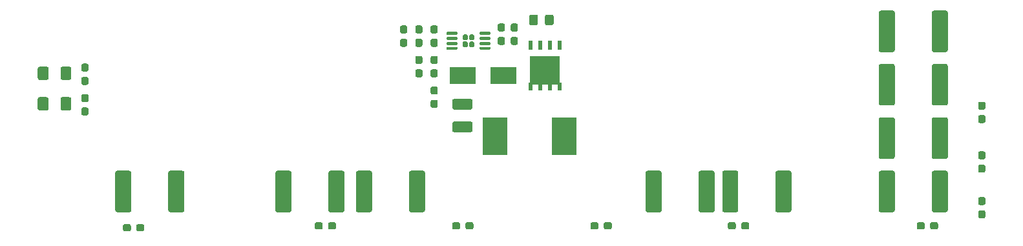
<source format=gbr>
%TF.GenerationSoftware,KiCad,Pcbnew,5.1.6*%
%TF.CreationDate,2020-06-19T21:58:21+02:00*%
%TF.ProjectId,laptop2usb,6c617074-6f70-4327-9573-622e6b696361,rev?*%
%TF.SameCoordinates,Original*%
%TF.FileFunction,Paste,Top*%
%TF.FilePolarity,Positive*%
%FSLAX46Y46*%
G04 Gerber Fmt 4.6, Leading zero omitted, Abs format (unit mm)*
G04 Created by KiCad (PCBNEW 5.1.6) date 2020-06-19 21:58:21*
%MOMM*%
%LPD*%
G01*
G04 APERTURE LIST*
%ADD10R,3.175000X4.950000*%
%ADD11R,3.910000X3.810000*%
%ADD12R,0.610000X1.020000*%
%ADD13R,0.610000X1.270000*%
%ADD14R,3.500000X2.300000*%
G04 APERTURE END LIST*
%TO.C,R4*%
G36*
G01*
X121250000Y-92950001D02*
X121250000Y-92049999D01*
G75*
G02*
X121499999Y-91800000I249999J0D01*
G01*
X122150001Y-91800000D01*
G75*
G02*
X122400000Y-92049999I0J-249999D01*
G01*
X122400000Y-92950001D01*
G75*
G02*
X122150001Y-93200000I-249999J0D01*
G01*
X121499999Y-93200000D01*
G75*
G02*
X121250000Y-92950001I0J249999D01*
G01*
G37*
G36*
G01*
X119200000Y-92950001D02*
X119200000Y-92049999D01*
G75*
G02*
X119449999Y-91800000I249999J0D01*
G01*
X120100001Y-91800000D01*
G75*
G02*
X120350000Y-92049999I0J-249999D01*
G01*
X120350000Y-92950001D01*
G75*
G02*
X120100001Y-93200000I-249999J0D01*
G01*
X119449999Y-93200000D01*
G75*
G02*
X119200000Y-92950001I0J249999D01*
G01*
G37*
%TD*%
%TO.C,C3*%
G36*
G01*
X92850000Y-119737500D02*
X92850000Y-119262500D01*
G75*
G02*
X93087500Y-119025000I237500J0D01*
G01*
X93662500Y-119025000D01*
G75*
G02*
X93900000Y-119262500I0J-237500D01*
G01*
X93900000Y-119737500D01*
G75*
G02*
X93662500Y-119975000I-237500J0D01*
G01*
X93087500Y-119975000D01*
G75*
G02*
X92850000Y-119737500I0J237500D01*
G01*
G37*
G36*
G01*
X91100000Y-119737500D02*
X91100000Y-119262500D01*
G75*
G02*
X91337500Y-119025000I237500J0D01*
G01*
X91912500Y-119025000D01*
G75*
G02*
X92150000Y-119262500I0J-237500D01*
G01*
X92150000Y-119737500D01*
G75*
G02*
X91912500Y-119975000I-237500J0D01*
G01*
X91337500Y-119975000D01*
G75*
G02*
X91100000Y-119737500I0J237500D01*
G01*
G37*
%TD*%
%TO.C,C13*%
G36*
G01*
X111525000Y-104262500D02*
X109375000Y-104262500D01*
G75*
G02*
X109125000Y-104012500I0J250000D01*
G01*
X109125000Y-103087500D01*
G75*
G02*
X109375000Y-102837500I250000J0D01*
G01*
X111525000Y-102837500D01*
G75*
G02*
X111775000Y-103087500I0J-250000D01*
G01*
X111775000Y-104012500D01*
G75*
G02*
X111525000Y-104262500I-250000J0D01*
G01*
G37*
G36*
G01*
X111525000Y-107237500D02*
X109375000Y-107237500D01*
G75*
G02*
X109125000Y-106987500I0J250000D01*
G01*
X109125000Y-106062500D01*
G75*
G02*
X109375000Y-105812500I250000J0D01*
G01*
X111525000Y-105812500D01*
G75*
G02*
X111775000Y-106062500I0J-250000D01*
G01*
X111775000Y-106987500D01*
G75*
G02*
X111525000Y-107237500I-250000J0D01*
G01*
G37*
%TD*%
D10*
%TO.C,L1*%
X123757500Y-107750000D03*
X114742500Y-107750000D03*
%TD*%
%TO.C,U1*%
G36*
G01*
X111320000Y-95915000D02*
X111320000Y-95505000D01*
G75*
G02*
X111500000Y-95325000I180000J0D01*
G01*
X111860000Y-95325000D01*
G75*
G02*
X112040000Y-95505000I0J-180000D01*
G01*
X112040000Y-95915000D01*
G75*
G02*
X111860000Y-96095000I-180000J0D01*
G01*
X111500000Y-96095000D01*
G75*
G02*
X111320000Y-95915000I0J180000D01*
G01*
G37*
G36*
G01*
X111320000Y-94995000D02*
X111320000Y-94585000D01*
G75*
G02*
X111500000Y-94405000I180000J0D01*
G01*
X111860000Y-94405000D01*
G75*
G02*
X112040000Y-94585000I0J-180000D01*
G01*
X112040000Y-94995000D01*
G75*
G02*
X111860000Y-95175000I-180000J0D01*
G01*
X111500000Y-95175000D01*
G75*
G02*
X111320000Y-94995000I0J180000D01*
G01*
G37*
G36*
G01*
X110460000Y-95915000D02*
X110460000Y-95505000D01*
G75*
G02*
X110640000Y-95325000I180000J0D01*
G01*
X111000000Y-95325000D01*
G75*
G02*
X111180000Y-95505000I0J-180000D01*
G01*
X111180000Y-95915000D01*
G75*
G02*
X111000000Y-96095000I-180000J0D01*
G01*
X110640000Y-96095000D01*
G75*
G02*
X110460000Y-95915000I0J180000D01*
G01*
G37*
G36*
G01*
X110460000Y-94995000D02*
X110460000Y-94585000D01*
G75*
G02*
X110640000Y-94405000I180000J0D01*
G01*
X111000000Y-94405000D01*
G75*
G02*
X111180000Y-94585000I0J-180000D01*
G01*
X111180000Y-94995000D01*
G75*
G02*
X111000000Y-95175000I-180000J0D01*
G01*
X110640000Y-95175000D01*
G75*
G02*
X110460000Y-94995000I0J180000D01*
G01*
G37*
G36*
G01*
X112700000Y-94375000D02*
X112700000Y-94175000D01*
G75*
G02*
X112800000Y-94075000I100000J0D01*
G01*
X114025000Y-94075000D01*
G75*
G02*
X114125000Y-94175000I0J-100000D01*
G01*
X114125000Y-94375000D01*
G75*
G02*
X114025000Y-94475000I-100000J0D01*
G01*
X112800000Y-94475000D01*
G75*
G02*
X112700000Y-94375000I0J100000D01*
G01*
G37*
G36*
G01*
X112700000Y-95025000D02*
X112700000Y-94825000D01*
G75*
G02*
X112800000Y-94725000I100000J0D01*
G01*
X114025000Y-94725000D01*
G75*
G02*
X114125000Y-94825000I0J-100000D01*
G01*
X114125000Y-95025000D01*
G75*
G02*
X114025000Y-95125000I-100000J0D01*
G01*
X112800000Y-95125000D01*
G75*
G02*
X112700000Y-95025000I0J100000D01*
G01*
G37*
G36*
G01*
X112700000Y-95675000D02*
X112700000Y-95475000D01*
G75*
G02*
X112800000Y-95375000I100000J0D01*
G01*
X114025000Y-95375000D01*
G75*
G02*
X114125000Y-95475000I0J-100000D01*
G01*
X114125000Y-95675000D01*
G75*
G02*
X114025000Y-95775000I-100000J0D01*
G01*
X112800000Y-95775000D01*
G75*
G02*
X112700000Y-95675000I0J100000D01*
G01*
G37*
G36*
G01*
X112700000Y-96325000D02*
X112700000Y-96125000D01*
G75*
G02*
X112800000Y-96025000I100000J0D01*
G01*
X114025000Y-96025000D01*
G75*
G02*
X114125000Y-96125000I0J-100000D01*
G01*
X114125000Y-96325000D01*
G75*
G02*
X114025000Y-96425000I-100000J0D01*
G01*
X112800000Y-96425000D01*
G75*
G02*
X112700000Y-96325000I0J100000D01*
G01*
G37*
G36*
G01*
X108375000Y-96325000D02*
X108375000Y-96125000D01*
G75*
G02*
X108475000Y-96025000I100000J0D01*
G01*
X109700000Y-96025000D01*
G75*
G02*
X109800000Y-96125000I0J-100000D01*
G01*
X109800000Y-96325000D01*
G75*
G02*
X109700000Y-96425000I-100000J0D01*
G01*
X108475000Y-96425000D01*
G75*
G02*
X108375000Y-96325000I0J100000D01*
G01*
G37*
G36*
G01*
X108375000Y-95675000D02*
X108375000Y-95475000D01*
G75*
G02*
X108475000Y-95375000I100000J0D01*
G01*
X109700000Y-95375000D01*
G75*
G02*
X109800000Y-95475000I0J-100000D01*
G01*
X109800000Y-95675000D01*
G75*
G02*
X109700000Y-95775000I-100000J0D01*
G01*
X108475000Y-95775000D01*
G75*
G02*
X108375000Y-95675000I0J100000D01*
G01*
G37*
G36*
G01*
X108375000Y-95025000D02*
X108375000Y-94825000D01*
G75*
G02*
X108475000Y-94725000I100000J0D01*
G01*
X109700000Y-94725000D01*
G75*
G02*
X109800000Y-94825000I0J-100000D01*
G01*
X109800000Y-95025000D01*
G75*
G02*
X109700000Y-95125000I-100000J0D01*
G01*
X108475000Y-95125000D01*
G75*
G02*
X108375000Y-95025000I0J100000D01*
G01*
G37*
G36*
G01*
X108375000Y-94375000D02*
X108375000Y-94175000D01*
G75*
G02*
X108475000Y-94075000I100000J0D01*
G01*
X109700000Y-94075000D01*
G75*
G02*
X109800000Y-94175000I0J-100000D01*
G01*
X109800000Y-94375000D01*
G75*
G02*
X109700000Y-94475000I-100000J0D01*
G01*
X108475000Y-94475000D01*
G75*
G02*
X108375000Y-94375000I0J100000D01*
G01*
G37*
%TD*%
%TO.C,R7*%
G36*
G01*
X60762500Y-99975000D02*
X61237500Y-99975000D01*
G75*
G02*
X61475000Y-100212500I0J-237500D01*
G01*
X61475000Y-100787500D01*
G75*
G02*
X61237500Y-101025000I-237500J0D01*
G01*
X60762500Y-101025000D01*
G75*
G02*
X60525000Y-100787500I0J237500D01*
G01*
X60525000Y-100212500D01*
G75*
G02*
X60762500Y-99975000I237500J0D01*
G01*
G37*
G36*
G01*
X60762500Y-98225000D02*
X61237500Y-98225000D01*
G75*
G02*
X61475000Y-98462500I0J-237500D01*
G01*
X61475000Y-99037500D01*
G75*
G02*
X61237500Y-99275000I-237500J0D01*
G01*
X60762500Y-99275000D01*
G75*
G02*
X60525000Y-99037500I0J237500D01*
G01*
X60525000Y-98462500D01*
G75*
G02*
X60762500Y-98225000I237500J0D01*
G01*
G37*
%TD*%
%TO.C,R6*%
G36*
G01*
X106512500Y-98975000D02*
X106987500Y-98975000D01*
G75*
G02*
X107225000Y-99212500I0J-237500D01*
G01*
X107225000Y-99787500D01*
G75*
G02*
X106987500Y-100025000I-237500J0D01*
G01*
X106512500Y-100025000D01*
G75*
G02*
X106275000Y-99787500I0J237500D01*
G01*
X106275000Y-99212500D01*
G75*
G02*
X106512500Y-98975000I237500J0D01*
G01*
G37*
G36*
G01*
X106512500Y-97225000D02*
X106987500Y-97225000D01*
G75*
G02*
X107225000Y-97462500I0J-237500D01*
G01*
X107225000Y-98037500D01*
G75*
G02*
X106987500Y-98275000I-237500J0D01*
G01*
X106512500Y-98275000D01*
G75*
G02*
X106275000Y-98037500I0J237500D01*
G01*
X106275000Y-97462500D01*
G75*
G02*
X106512500Y-97225000I237500J0D01*
G01*
G37*
%TD*%
%TO.C,R5*%
G36*
G01*
X106987500Y-102275000D02*
X106512500Y-102275000D01*
G75*
G02*
X106275000Y-102037500I0J237500D01*
G01*
X106275000Y-101462500D01*
G75*
G02*
X106512500Y-101225000I237500J0D01*
G01*
X106987500Y-101225000D01*
G75*
G02*
X107225000Y-101462500I0J-237500D01*
G01*
X107225000Y-102037500D01*
G75*
G02*
X106987500Y-102275000I-237500J0D01*
G01*
G37*
G36*
G01*
X106987500Y-104025000D02*
X106512500Y-104025000D01*
G75*
G02*
X106275000Y-103787500I0J237500D01*
G01*
X106275000Y-103212500D01*
G75*
G02*
X106512500Y-102975000I237500J0D01*
G01*
X106987500Y-102975000D01*
G75*
G02*
X107225000Y-103212500I0J-237500D01*
G01*
X107225000Y-103787500D01*
G75*
G02*
X106987500Y-104025000I-237500J0D01*
G01*
G37*
%TD*%
%TO.C,R3*%
G36*
G01*
X104512500Y-94975000D02*
X104987500Y-94975000D01*
G75*
G02*
X105225000Y-95212500I0J-237500D01*
G01*
X105225000Y-95787500D01*
G75*
G02*
X104987500Y-96025000I-237500J0D01*
G01*
X104512500Y-96025000D01*
G75*
G02*
X104275000Y-95787500I0J237500D01*
G01*
X104275000Y-95212500D01*
G75*
G02*
X104512500Y-94975000I237500J0D01*
G01*
G37*
G36*
G01*
X104512500Y-93225000D02*
X104987500Y-93225000D01*
G75*
G02*
X105225000Y-93462500I0J-237500D01*
G01*
X105225000Y-94037500D01*
G75*
G02*
X104987500Y-94275000I-237500J0D01*
G01*
X104512500Y-94275000D01*
G75*
G02*
X104275000Y-94037500I0J237500D01*
G01*
X104275000Y-93462500D01*
G75*
G02*
X104512500Y-93225000I237500J0D01*
G01*
G37*
%TD*%
%TO.C,R2*%
G36*
G01*
X102512500Y-94975000D02*
X102987500Y-94975000D01*
G75*
G02*
X103225000Y-95212500I0J-237500D01*
G01*
X103225000Y-95787500D01*
G75*
G02*
X102987500Y-96025000I-237500J0D01*
G01*
X102512500Y-96025000D01*
G75*
G02*
X102275000Y-95787500I0J237500D01*
G01*
X102275000Y-95212500D01*
G75*
G02*
X102512500Y-94975000I237500J0D01*
G01*
G37*
G36*
G01*
X102512500Y-93225000D02*
X102987500Y-93225000D01*
G75*
G02*
X103225000Y-93462500I0J-237500D01*
G01*
X103225000Y-94037500D01*
G75*
G02*
X102987500Y-94275000I-237500J0D01*
G01*
X102512500Y-94275000D01*
G75*
G02*
X102275000Y-94037500I0J237500D01*
G01*
X102275000Y-93462500D01*
G75*
G02*
X102512500Y-93225000I237500J0D01*
G01*
G37*
%TD*%
%TO.C,R1*%
G36*
G01*
X61237500Y-103275000D02*
X60762500Y-103275000D01*
G75*
G02*
X60525000Y-103037500I0J237500D01*
G01*
X60525000Y-102462500D01*
G75*
G02*
X60762500Y-102225000I237500J0D01*
G01*
X61237500Y-102225000D01*
G75*
G02*
X61475000Y-102462500I0J-237500D01*
G01*
X61475000Y-103037500D01*
G75*
G02*
X61237500Y-103275000I-237500J0D01*
G01*
G37*
G36*
G01*
X61237500Y-105025000D02*
X60762500Y-105025000D01*
G75*
G02*
X60525000Y-104787500I0J237500D01*
G01*
X60525000Y-104212500D01*
G75*
G02*
X60762500Y-103975000I237500J0D01*
G01*
X61237500Y-103975000D01*
G75*
G02*
X61475000Y-104212500I0J-237500D01*
G01*
X61475000Y-104787500D01*
G75*
G02*
X61237500Y-105025000I-237500J0D01*
G01*
G37*
%TD*%
D11*
%TO.C,Q1*%
X121250000Y-99140000D03*
D12*
X123155000Y-101245000D03*
X121885000Y-101245000D03*
X120615000Y-101245000D03*
X119345000Y-101245000D03*
D13*
X119345000Y-95780000D03*
X120615000Y-95780000D03*
X121885000Y-95780000D03*
X123155000Y-95780000D03*
%TD*%
%TO.C,F9*%
G36*
G01*
X171950000Y-96475000D02*
X171950000Y-91525000D01*
G75*
G02*
X172200000Y-91275000I250000J0D01*
G01*
X173800000Y-91275000D01*
G75*
G02*
X174050000Y-91525000I0J-250000D01*
G01*
X174050000Y-96475000D01*
G75*
G02*
X173800000Y-96725000I-250000J0D01*
G01*
X172200000Y-96725000D01*
G75*
G02*
X171950000Y-96475000I0J250000D01*
G01*
G37*
G36*
G01*
X165000000Y-96475000D02*
X165000000Y-91525000D01*
G75*
G02*
X165250000Y-91275000I250000J0D01*
G01*
X166850000Y-91275000D01*
G75*
G02*
X167100000Y-91525000I0J-250000D01*
G01*
X167100000Y-96475000D01*
G75*
G02*
X166850000Y-96725000I-250000J0D01*
G01*
X165250000Y-96725000D01*
G75*
G02*
X165000000Y-96475000I0J250000D01*
G01*
G37*
%TD*%
%TO.C,F8*%
G36*
G01*
X171950000Y-103475000D02*
X171950000Y-98525000D01*
G75*
G02*
X172200000Y-98275000I250000J0D01*
G01*
X173800000Y-98275000D01*
G75*
G02*
X174050000Y-98525000I0J-250000D01*
G01*
X174050000Y-103475000D01*
G75*
G02*
X173800000Y-103725000I-250000J0D01*
G01*
X172200000Y-103725000D01*
G75*
G02*
X171950000Y-103475000I0J250000D01*
G01*
G37*
G36*
G01*
X165000000Y-103475000D02*
X165000000Y-98525000D01*
G75*
G02*
X165250000Y-98275000I250000J0D01*
G01*
X166850000Y-98275000D01*
G75*
G02*
X167100000Y-98525000I0J-250000D01*
G01*
X167100000Y-103475000D01*
G75*
G02*
X166850000Y-103725000I-250000J0D01*
G01*
X165250000Y-103725000D01*
G75*
G02*
X165000000Y-103475000I0J250000D01*
G01*
G37*
%TD*%
%TO.C,F7*%
G36*
G01*
X167100000Y-105525000D02*
X167100000Y-110475000D01*
G75*
G02*
X166850000Y-110725000I-250000J0D01*
G01*
X165250000Y-110725000D01*
G75*
G02*
X165000000Y-110475000I0J250000D01*
G01*
X165000000Y-105525000D01*
G75*
G02*
X165250000Y-105275000I250000J0D01*
G01*
X166850000Y-105275000D01*
G75*
G02*
X167100000Y-105525000I0J-250000D01*
G01*
G37*
G36*
G01*
X174050000Y-105525000D02*
X174050000Y-110475000D01*
G75*
G02*
X173800000Y-110725000I-250000J0D01*
G01*
X172200000Y-110725000D01*
G75*
G02*
X171950000Y-110475000I0J250000D01*
G01*
X171950000Y-105525000D01*
G75*
G02*
X172200000Y-105275000I250000J0D01*
G01*
X173800000Y-105275000D01*
G75*
G02*
X174050000Y-105525000I0J-250000D01*
G01*
G37*
%TD*%
%TO.C,F6*%
G36*
G01*
X171950000Y-117475000D02*
X171950000Y-112525000D01*
G75*
G02*
X172200000Y-112275000I250000J0D01*
G01*
X173800000Y-112275000D01*
G75*
G02*
X174050000Y-112525000I0J-250000D01*
G01*
X174050000Y-117475000D01*
G75*
G02*
X173800000Y-117725000I-250000J0D01*
G01*
X172200000Y-117725000D01*
G75*
G02*
X171950000Y-117475000I0J250000D01*
G01*
G37*
G36*
G01*
X165000000Y-117475000D02*
X165000000Y-112525000D01*
G75*
G02*
X165250000Y-112275000I250000J0D01*
G01*
X166850000Y-112275000D01*
G75*
G02*
X167100000Y-112525000I0J-250000D01*
G01*
X167100000Y-117475000D01*
G75*
G02*
X166850000Y-117725000I-250000J0D01*
G01*
X165250000Y-117725000D01*
G75*
G02*
X165000000Y-117475000I0J250000D01*
G01*
G37*
%TD*%
%TO.C,F5*%
G36*
G01*
X146600000Y-112525000D02*
X146600000Y-117475000D01*
G75*
G02*
X146350000Y-117725000I-250000J0D01*
G01*
X144750000Y-117725000D01*
G75*
G02*
X144500000Y-117475000I0J250000D01*
G01*
X144500000Y-112525000D01*
G75*
G02*
X144750000Y-112275000I250000J0D01*
G01*
X146350000Y-112275000D01*
G75*
G02*
X146600000Y-112525000I0J-250000D01*
G01*
G37*
G36*
G01*
X153550000Y-112525000D02*
X153550000Y-117475000D01*
G75*
G02*
X153300000Y-117725000I-250000J0D01*
G01*
X151700000Y-117725000D01*
G75*
G02*
X151450000Y-117475000I0J250000D01*
G01*
X151450000Y-112525000D01*
G75*
G02*
X151700000Y-112275000I250000J0D01*
G01*
X153300000Y-112275000D01*
G75*
G02*
X153550000Y-112525000I0J-250000D01*
G01*
G37*
%TD*%
%TO.C,F4*%
G36*
G01*
X136550000Y-112525000D02*
X136550000Y-117475000D01*
G75*
G02*
X136300000Y-117725000I-250000J0D01*
G01*
X134700000Y-117725000D01*
G75*
G02*
X134450000Y-117475000I0J250000D01*
G01*
X134450000Y-112525000D01*
G75*
G02*
X134700000Y-112275000I250000J0D01*
G01*
X136300000Y-112275000D01*
G75*
G02*
X136550000Y-112525000I0J-250000D01*
G01*
G37*
G36*
G01*
X143500000Y-112525000D02*
X143500000Y-117475000D01*
G75*
G02*
X143250000Y-117725000I-250000J0D01*
G01*
X141650000Y-117725000D01*
G75*
G02*
X141400000Y-117475000I0J250000D01*
G01*
X141400000Y-112525000D01*
G75*
G02*
X141650000Y-112275000I250000J0D01*
G01*
X143250000Y-112275000D01*
G75*
G02*
X143500000Y-112525000I0J-250000D01*
G01*
G37*
%TD*%
%TO.C,F3*%
G36*
G01*
X103450000Y-117475000D02*
X103450000Y-112525000D01*
G75*
G02*
X103700000Y-112275000I250000J0D01*
G01*
X105300000Y-112275000D01*
G75*
G02*
X105550000Y-112525000I0J-250000D01*
G01*
X105550000Y-117475000D01*
G75*
G02*
X105300000Y-117725000I-250000J0D01*
G01*
X103700000Y-117725000D01*
G75*
G02*
X103450000Y-117475000I0J250000D01*
G01*
G37*
G36*
G01*
X96500000Y-117475000D02*
X96500000Y-112525000D01*
G75*
G02*
X96750000Y-112275000I250000J0D01*
G01*
X98350000Y-112275000D01*
G75*
G02*
X98600000Y-112525000I0J-250000D01*
G01*
X98600000Y-117475000D01*
G75*
G02*
X98350000Y-117725000I-250000J0D01*
G01*
X96750000Y-117725000D01*
G75*
G02*
X96500000Y-117475000I0J250000D01*
G01*
G37*
%TD*%
%TO.C,F2*%
G36*
G01*
X88050000Y-112525000D02*
X88050000Y-117475000D01*
G75*
G02*
X87800000Y-117725000I-250000J0D01*
G01*
X86200000Y-117725000D01*
G75*
G02*
X85950000Y-117475000I0J250000D01*
G01*
X85950000Y-112525000D01*
G75*
G02*
X86200000Y-112275000I250000J0D01*
G01*
X87800000Y-112275000D01*
G75*
G02*
X88050000Y-112525000I0J-250000D01*
G01*
G37*
G36*
G01*
X95000000Y-112525000D02*
X95000000Y-117475000D01*
G75*
G02*
X94750000Y-117725000I-250000J0D01*
G01*
X93150000Y-117725000D01*
G75*
G02*
X92900000Y-117475000I0J250000D01*
G01*
X92900000Y-112525000D01*
G75*
G02*
X93150000Y-112275000I250000J0D01*
G01*
X94750000Y-112275000D01*
G75*
G02*
X95000000Y-112525000I0J-250000D01*
G01*
G37*
%TD*%
%TO.C,F1*%
G36*
G01*
X67075000Y-112525000D02*
X67075000Y-117475000D01*
G75*
G02*
X66825000Y-117725000I-250000J0D01*
G01*
X65225000Y-117725000D01*
G75*
G02*
X64975000Y-117475000I0J250000D01*
G01*
X64975000Y-112525000D01*
G75*
G02*
X65225000Y-112275000I250000J0D01*
G01*
X66825000Y-112275000D01*
G75*
G02*
X67075000Y-112525000I0J-250000D01*
G01*
G37*
G36*
G01*
X74025000Y-112525000D02*
X74025000Y-117475000D01*
G75*
G02*
X73775000Y-117725000I-250000J0D01*
G01*
X72175000Y-117725000D01*
G75*
G02*
X71925000Y-117475000I0J250000D01*
G01*
X71925000Y-112525000D01*
G75*
G02*
X72175000Y-112275000I250000J0D01*
G01*
X73775000Y-112275000D01*
G75*
G02*
X74025000Y-112525000I0J-250000D01*
G01*
G37*
%TD*%
%TO.C,D3*%
G36*
G01*
X57787500Y-100125000D02*
X57787500Y-98875000D01*
G75*
G02*
X58037500Y-98625000I250000J0D01*
G01*
X58962500Y-98625000D01*
G75*
G02*
X59212500Y-98875000I0J-250000D01*
G01*
X59212500Y-100125000D01*
G75*
G02*
X58962500Y-100375000I-250000J0D01*
G01*
X58037500Y-100375000D01*
G75*
G02*
X57787500Y-100125000I0J250000D01*
G01*
G37*
G36*
G01*
X54812500Y-100125000D02*
X54812500Y-98875000D01*
G75*
G02*
X55062500Y-98625000I250000J0D01*
G01*
X55987500Y-98625000D01*
G75*
G02*
X56237500Y-98875000I0J-250000D01*
G01*
X56237500Y-100125000D01*
G75*
G02*
X55987500Y-100375000I-250000J0D01*
G01*
X55062500Y-100375000D01*
G75*
G02*
X54812500Y-100125000I0J250000D01*
G01*
G37*
%TD*%
D14*
%TO.C,D2*%
X110450000Y-99750000D03*
X115850000Y-99750000D03*
%TD*%
%TO.C,D1*%
G36*
G01*
X57787500Y-104125000D02*
X57787500Y-102875000D01*
G75*
G02*
X58037500Y-102625000I250000J0D01*
G01*
X58962500Y-102625000D01*
G75*
G02*
X59212500Y-102875000I0J-250000D01*
G01*
X59212500Y-104125000D01*
G75*
G02*
X58962500Y-104375000I-250000J0D01*
G01*
X58037500Y-104375000D01*
G75*
G02*
X57787500Y-104125000I0J250000D01*
G01*
G37*
G36*
G01*
X54812500Y-104125000D02*
X54812500Y-102875000D01*
G75*
G02*
X55062500Y-102625000I250000J0D01*
G01*
X55987500Y-102625000D01*
G75*
G02*
X56237500Y-102875000I0J-250000D01*
G01*
X56237500Y-104125000D01*
G75*
G02*
X55987500Y-104375000I-250000J0D01*
G01*
X55062500Y-104375000D01*
G75*
G02*
X54812500Y-104125000I0J250000D01*
G01*
G37*
%TD*%
%TO.C,C14*%
G36*
G01*
X178262500Y-104975000D02*
X178737500Y-104975000D01*
G75*
G02*
X178975000Y-105212500I0J-237500D01*
G01*
X178975000Y-105787500D01*
G75*
G02*
X178737500Y-106025000I-237500J0D01*
G01*
X178262500Y-106025000D01*
G75*
G02*
X178025000Y-105787500I0J237500D01*
G01*
X178025000Y-105212500D01*
G75*
G02*
X178262500Y-104975000I237500J0D01*
G01*
G37*
G36*
G01*
X178262500Y-103225000D02*
X178737500Y-103225000D01*
G75*
G02*
X178975000Y-103462500I0J-237500D01*
G01*
X178975000Y-104037500D01*
G75*
G02*
X178737500Y-104275000I-237500J0D01*
G01*
X178262500Y-104275000D01*
G75*
G02*
X178025000Y-104037500I0J237500D01*
G01*
X178025000Y-103462500D01*
G75*
G02*
X178262500Y-103225000I237500J0D01*
G01*
G37*
%TD*%
%TO.C,C12*%
G36*
G01*
X178262500Y-111475000D02*
X178737500Y-111475000D01*
G75*
G02*
X178975000Y-111712500I0J-237500D01*
G01*
X178975000Y-112287500D01*
G75*
G02*
X178737500Y-112525000I-237500J0D01*
G01*
X178262500Y-112525000D01*
G75*
G02*
X178025000Y-112287500I0J237500D01*
G01*
X178025000Y-111712500D01*
G75*
G02*
X178262500Y-111475000I237500J0D01*
G01*
G37*
G36*
G01*
X178262500Y-109725000D02*
X178737500Y-109725000D01*
G75*
G02*
X178975000Y-109962500I0J-237500D01*
G01*
X178975000Y-110537500D01*
G75*
G02*
X178737500Y-110775000I-237500J0D01*
G01*
X178262500Y-110775000D01*
G75*
G02*
X178025000Y-110537500I0J237500D01*
G01*
X178025000Y-109962500D01*
G75*
G02*
X178262500Y-109725000I237500J0D01*
G01*
G37*
%TD*%
%TO.C,C11*%
G36*
G01*
X178737500Y-116775000D02*
X178262500Y-116775000D01*
G75*
G02*
X178025000Y-116537500I0J237500D01*
G01*
X178025000Y-115962500D01*
G75*
G02*
X178262500Y-115725000I237500J0D01*
G01*
X178737500Y-115725000D01*
G75*
G02*
X178975000Y-115962500I0J-237500D01*
G01*
X178975000Y-116537500D01*
G75*
G02*
X178737500Y-116775000I-237500J0D01*
G01*
G37*
G36*
G01*
X178737500Y-118525000D02*
X178262500Y-118525000D01*
G75*
G02*
X178025000Y-118287500I0J237500D01*
G01*
X178025000Y-117712500D01*
G75*
G02*
X178262500Y-117475000I237500J0D01*
G01*
X178737500Y-117475000D01*
G75*
G02*
X178975000Y-117712500I0J-237500D01*
G01*
X178975000Y-118287500D01*
G75*
G02*
X178737500Y-118525000I-237500J0D01*
G01*
G37*
%TD*%
%TO.C,C10*%
G36*
G01*
X104987500Y-98275000D02*
X104512500Y-98275000D01*
G75*
G02*
X104275000Y-98037500I0J237500D01*
G01*
X104275000Y-97462500D01*
G75*
G02*
X104512500Y-97225000I237500J0D01*
G01*
X104987500Y-97225000D01*
G75*
G02*
X105225000Y-97462500I0J-237500D01*
G01*
X105225000Y-98037500D01*
G75*
G02*
X104987500Y-98275000I-237500J0D01*
G01*
G37*
G36*
G01*
X104987500Y-100025000D02*
X104512500Y-100025000D01*
G75*
G02*
X104275000Y-99787500I0J237500D01*
G01*
X104275000Y-99212500D01*
G75*
G02*
X104512500Y-98975000I237500J0D01*
G01*
X104987500Y-98975000D01*
G75*
G02*
X105225000Y-99212500I0J-237500D01*
G01*
X105225000Y-99787500D01*
G75*
G02*
X104987500Y-100025000I-237500J0D01*
G01*
G37*
%TD*%
%TO.C,C9*%
G36*
G01*
X171725000Y-119737500D02*
X171725000Y-119262500D01*
G75*
G02*
X171962500Y-119025000I237500J0D01*
G01*
X172537500Y-119025000D01*
G75*
G02*
X172775000Y-119262500I0J-237500D01*
G01*
X172775000Y-119737500D01*
G75*
G02*
X172537500Y-119975000I-237500J0D01*
G01*
X171962500Y-119975000D01*
G75*
G02*
X171725000Y-119737500I0J237500D01*
G01*
G37*
G36*
G01*
X169975000Y-119737500D02*
X169975000Y-119262500D01*
G75*
G02*
X170212500Y-119025000I237500J0D01*
G01*
X170787500Y-119025000D01*
G75*
G02*
X171025000Y-119262500I0J-237500D01*
G01*
X171025000Y-119737500D01*
G75*
G02*
X170787500Y-119975000I-237500J0D01*
G01*
X170212500Y-119975000D01*
G75*
G02*
X169975000Y-119737500I0J237500D01*
G01*
G37*
%TD*%
%TO.C,C8*%
G36*
G01*
X146975000Y-119737500D02*
X146975000Y-119262500D01*
G75*
G02*
X147212500Y-119025000I237500J0D01*
G01*
X147787500Y-119025000D01*
G75*
G02*
X148025000Y-119262500I0J-237500D01*
G01*
X148025000Y-119737500D01*
G75*
G02*
X147787500Y-119975000I-237500J0D01*
G01*
X147212500Y-119975000D01*
G75*
G02*
X146975000Y-119737500I0J237500D01*
G01*
G37*
G36*
G01*
X145225000Y-119737500D02*
X145225000Y-119262500D01*
G75*
G02*
X145462500Y-119025000I237500J0D01*
G01*
X146037500Y-119025000D01*
G75*
G02*
X146275000Y-119262500I0J-237500D01*
G01*
X146275000Y-119737500D01*
G75*
G02*
X146037500Y-119975000I-237500J0D01*
G01*
X145462500Y-119975000D01*
G75*
G02*
X145225000Y-119737500I0J237500D01*
G01*
G37*
%TD*%
%TO.C,C7*%
G36*
G01*
X106512500Y-94975000D02*
X106987500Y-94975000D01*
G75*
G02*
X107225000Y-95212500I0J-237500D01*
G01*
X107225000Y-95787500D01*
G75*
G02*
X106987500Y-96025000I-237500J0D01*
G01*
X106512500Y-96025000D01*
G75*
G02*
X106275000Y-95787500I0J237500D01*
G01*
X106275000Y-95212500D01*
G75*
G02*
X106512500Y-94975000I237500J0D01*
G01*
G37*
G36*
G01*
X106512500Y-93225000D02*
X106987500Y-93225000D01*
G75*
G02*
X107225000Y-93462500I0J-237500D01*
G01*
X107225000Y-94037500D01*
G75*
G02*
X106987500Y-94275000I-237500J0D01*
G01*
X106512500Y-94275000D01*
G75*
G02*
X106275000Y-94037500I0J237500D01*
G01*
X106275000Y-93462500D01*
G75*
G02*
X106512500Y-93225000I237500J0D01*
G01*
G37*
%TD*%
%TO.C,C6*%
G36*
G01*
X115312500Y-94725000D02*
X115787500Y-94725000D01*
G75*
G02*
X116025000Y-94962500I0J-237500D01*
G01*
X116025000Y-95537500D01*
G75*
G02*
X115787500Y-95775000I-237500J0D01*
G01*
X115312500Y-95775000D01*
G75*
G02*
X115075000Y-95537500I0J237500D01*
G01*
X115075000Y-94962500D01*
G75*
G02*
X115312500Y-94725000I237500J0D01*
G01*
G37*
G36*
G01*
X115312500Y-92975000D02*
X115787500Y-92975000D01*
G75*
G02*
X116025000Y-93212500I0J-237500D01*
G01*
X116025000Y-93787500D01*
G75*
G02*
X115787500Y-94025000I-237500J0D01*
G01*
X115312500Y-94025000D01*
G75*
G02*
X115075000Y-93787500I0J237500D01*
G01*
X115075000Y-93212500D01*
G75*
G02*
X115312500Y-92975000I237500J0D01*
G01*
G37*
%TD*%
%TO.C,C5*%
G36*
G01*
X128975000Y-119737500D02*
X128975000Y-119262500D01*
G75*
G02*
X129212500Y-119025000I237500J0D01*
G01*
X129787500Y-119025000D01*
G75*
G02*
X130025000Y-119262500I0J-237500D01*
G01*
X130025000Y-119737500D01*
G75*
G02*
X129787500Y-119975000I-237500J0D01*
G01*
X129212500Y-119975000D01*
G75*
G02*
X128975000Y-119737500I0J237500D01*
G01*
G37*
G36*
G01*
X127225000Y-119737500D02*
X127225000Y-119262500D01*
G75*
G02*
X127462500Y-119025000I237500J0D01*
G01*
X128037500Y-119025000D01*
G75*
G02*
X128275000Y-119262500I0J-237500D01*
G01*
X128275000Y-119737500D01*
G75*
G02*
X128037500Y-119975000I-237500J0D01*
G01*
X127462500Y-119975000D01*
G75*
G02*
X127225000Y-119737500I0J237500D01*
G01*
G37*
%TD*%
%TO.C,C4*%
G36*
G01*
X110850000Y-119737500D02*
X110850000Y-119262500D01*
G75*
G02*
X111087500Y-119025000I237500J0D01*
G01*
X111662500Y-119025000D01*
G75*
G02*
X111900000Y-119262500I0J-237500D01*
G01*
X111900000Y-119737500D01*
G75*
G02*
X111662500Y-119975000I-237500J0D01*
G01*
X111087500Y-119975000D01*
G75*
G02*
X110850000Y-119737500I0J237500D01*
G01*
G37*
G36*
G01*
X109100000Y-119737500D02*
X109100000Y-119262500D01*
G75*
G02*
X109337500Y-119025000I237500J0D01*
G01*
X109912500Y-119025000D01*
G75*
G02*
X110150000Y-119262500I0J-237500D01*
G01*
X110150000Y-119737500D01*
G75*
G02*
X109912500Y-119975000I-237500J0D01*
G01*
X109337500Y-119975000D01*
G75*
G02*
X109100000Y-119737500I0J237500D01*
G01*
G37*
%TD*%
%TO.C,C2*%
G36*
G01*
X67725000Y-119987500D02*
X67725000Y-119512500D01*
G75*
G02*
X67962500Y-119275000I237500J0D01*
G01*
X68537500Y-119275000D01*
G75*
G02*
X68775000Y-119512500I0J-237500D01*
G01*
X68775000Y-119987500D01*
G75*
G02*
X68537500Y-120225000I-237500J0D01*
G01*
X67962500Y-120225000D01*
G75*
G02*
X67725000Y-119987500I0J237500D01*
G01*
G37*
G36*
G01*
X65975000Y-119987500D02*
X65975000Y-119512500D01*
G75*
G02*
X66212500Y-119275000I237500J0D01*
G01*
X66787500Y-119275000D01*
G75*
G02*
X67025000Y-119512500I0J-237500D01*
G01*
X67025000Y-119987500D01*
G75*
G02*
X66787500Y-120225000I-237500J0D01*
G01*
X66212500Y-120225000D01*
G75*
G02*
X65975000Y-119987500I0J237500D01*
G01*
G37*
%TD*%
%TO.C,C1*%
G36*
G01*
X117012500Y-94725000D02*
X117487500Y-94725000D01*
G75*
G02*
X117725000Y-94962500I0J-237500D01*
G01*
X117725000Y-95537500D01*
G75*
G02*
X117487500Y-95775000I-237500J0D01*
G01*
X117012500Y-95775000D01*
G75*
G02*
X116775000Y-95537500I0J237500D01*
G01*
X116775000Y-94962500D01*
G75*
G02*
X117012500Y-94725000I237500J0D01*
G01*
G37*
G36*
G01*
X117012500Y-92975000D02*
X117487500Y-92975000D01*
G75*
G02*
X117725000Y-93212500I0J-237500D01*
G01*
X117725000Y-93787500D01*
G75*
G02*
X117487500Y-94025000I-237500J0D01*
G01*
X117012500Y-94025000D01*
G75*
G02*
X116775000Y-93787500I0J237500D01*
G01*
X116775000Y-93212500D01*
G75*
G02*
X117012500Y-92975000I237500J0D01*
G01*
G37*
%TD*%
M02*

</source>
